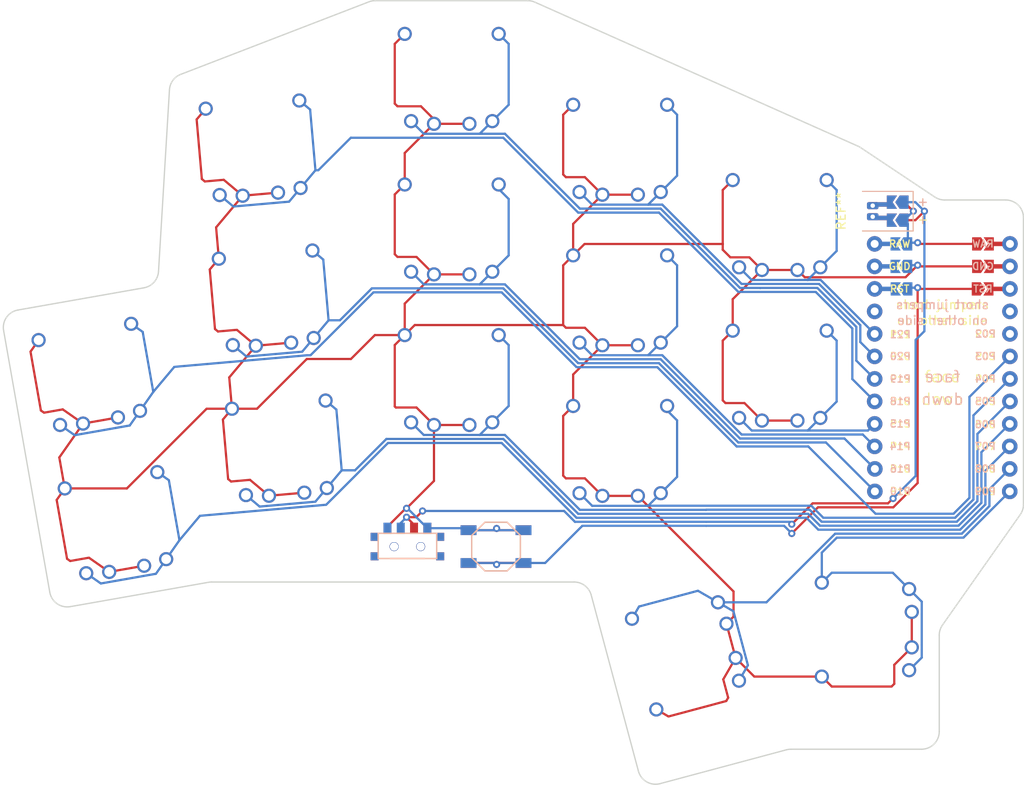
<source format=kicad_pcb>
(kicad_pcb (version 20211014) (generator pcbnew)
  (title_block (title "board") (rev "v1.0.0") (company "Unknown"))
  (layers (0 "F.Cu" signal) (31 "B.Cu" signal) (34 "B.Paste" user) (35 "F.Paste" user) (36 "B.SilkS" user "B.Silkscreen") (37 "F.SilkS" user "F.Silkscreen") (38 "B.Mask" user) (39 "F.Mask" user) (44 "Edge.Cuts" user))
  (net 0 "")
  (net 1 "pinky_bottom")
  (net 2 "GND")
  (net 3 "pinky_home")
  (net 4 "ring_bottom")
  (net 5 "ring_home")
  (net 6 "ring_topmost")
  (net 7 "middle_bottom")
  (net 8 "middle_home")
  (net 9 "middle_topmost")
  (net 10 "index_bottom")
  (net 11 "index_home")
  (net 12 "index_topmost")
  (net 13 "innermost_bottom")
  (net 14 "innermost_topmost")
  (net 15 "home_default")
  (net 16 "near_default")
  (net 17 "RAW")
  (net 18 "RST")
  (net 19 "P2")
  (net 20 "Bminus")
  (footprint "E73:SPDT_C128955" (layer "F.Cu") (at 32.07555 4.018799 180)
    (fp_text reference "T1" hide)
    (fp_text value "" hide)
  )
  (footprint "E73:SW_TACT_ALPS_SKQGABE010" (layer "F.Cu") (at 42.075548 4.018798 180)
    (fp_text reference "B1" hide)
    (fp_text value "" hide)
  )
  (footprint "didgy-kb:Choc Mini" (layer "F.Cu") (at 74.075549 -32.606194)
    (fp_text reference "S13" hide)
    (fp_text value "" hide)
  )
  (footprint "didgy-kb:ProMicroReversible" (layer "F.Cu") (at 92.432145 -17.450735)
    (fp_text reference "MCU1" hide)
    (fp_text value "" hide)
  )
  (footprint "didgy-kb:Choc Mini" (layer "F.Cu") (at 37.07555 -49.106195)
    (fp_text reference "S8" hide)
    (fp_text value "" hide)
  )
  (footprint "didgy-kb:Choc Mini" (layer "F.Cu") (at 56.075549 -7.106196)
    (fp_text reference "S9" hide)
    (fp_text value "" hide)
  )
  (footprint "didgy-kb:Choc Mini" (layer "F.Cu") (at 56.07555 -24.106195)
    (fp_text reference "S10" hide)
    (fp_text value "" hide)
  )
  (footprint "didgy-kb:Choc Mini" (layer "F.Cu") (at 83.575549 13.393804 90)
    (fp_text reference "S14" hide)
    (fp_text value "" hide)
  )
  (footprint "didgy-kb:PicoBlade Power Reversible" (layer "F.Cu") (at 86.336147 -33.841236 90)
    (fp_text reference "REF**")
    (fp_text value "Power")
  )
  (footprint "didgy-kb:Choc Mini" (layer "F.Cu") (at -0.531855 1.210765 10)
    (fp_text reference "S1" hide)
    (fp_text value "" hide)
  )
  (footprint "didgy-kb:Choc Mini" (layer "F.Cu") (at 17.980966 -7.272509 5)
    (fp_text reference "S3" hide)
    (fp_text value "" hide)
  )
  (footprint "didgy-kb:Choc Mini" (layer "F.Cu") (at -3.483871 -15.530964 10)
    (fp_text reference "S2" hide)
    (fp_text value "" hide)
  )
  (footprint "didgy-kb:Choc Mini" (layer "F.Cu") (at 63.371123 16.05377 105)
    (fp_text reference "S15" hide)
    (fp_text value "" hide)
  )
  (footprint "didgy-kb:Choc Mini" (layer "F.Cu") (at 15.017671 -41.143129 5)
    (fp_text reference "S5" hide)
    (fp_text value "" hide)
  )
  (footprint "didgy-kb:Choc Mini" (layer "F.Cu") (at 16.499318 -24.207819 5)
    (fp_text reference "S4" hide)
    (fp_text value "" hide)
  )
  (footprint "didgy-kb:Choc Mini" (layer "F.Cu") (at 37.07555 -15.106194)
    (fp_text reference "S6" hide)
    (fp_text value "" hide)
  )
  (footprint "didgy-kb:Choc Mini" (layer "F.Cu") (at 56.075549 -41.106194)
    (fp_text reference "S11" hide)
    (fp_text value "" hide)
  )
  (footprint "didgy-kb:Choc Mini" (layer "F.Cu") (at 74.075548 -15.606193)
    (fp_text reference "S12" hide)
    (fp_text value "" hide)
  )
  (footprint "didgy-kb:Choc Mini" (layer "F.Cu") (at 37.075548 -32.106194)
    (fp_text reference "S7" hide)
    (fp_text value "" hide)
  )
  (footprint "E73:SPDT_C128955" (layer "B.Cu") (at 32.07555 4.018799)
    (fp_text reference "T1" hide)
    (fp_text value "" hide)
  )
  (footprint "E73:SW_TACT_ALPS_SKQGABE010" (layer "B.Cu") (at 42.075548 4.018798)
    (fp_text reference "B1" hide)
    (fp_text value "" hide)
  )
  (gr_line (start -5.949499 10.797168) (end 9.635106 8.049181) (layer "Edge.Cuts") (width 0.15))
  (gr_line (start 101.575549 -0.739368) (end 101.57555 -33.106195) (layer "Edge.Cuts") (width 0.15))
  (gr_line (start 91.5717 -35.442096) (end 83.216104 -41.012493) (layer "Edge.Cuts") (width 0.15))
  (gr_arc (start 60.586663 30.776091) (mid 59.069049 30.576275) (end 58.137172 29.361878) (layer "Edge.Cuts") (width 0.15))
  (gr_line (start 45.649811 -57.606196) (end 28.447867 -57.606194) (layer "Edge.Cuts") (width 0.15))
  (gr_arc (start 82.921269 -41.174996) (mid 83.072111 -41.099958) (end 83.216104 -41.012493) (layer "Edge.Cuts") (width 0.15))
  (gr_line (start 75.338854 26.893806) (end 90.075548 26.893805) (layer "Edge.Cuts") (width 0.15))
  (gr_line (start 92.439935 12.87599) (end 101.211163 0.411619) (layer "Edge.Cuts") (width 0.15))
  (gr_line (start 99.575549 -35.106194) (end 92.681102 -35.106193) (layer "Edge.Cuts") (width 0.15))
  (gr_arc (start 9.635107 8.04918) (mid 9.808091 8.026408) (end 9.982402 8.018798) (layer "Edge.Cuts") (width 0.15))
  (gr_arc (start 92.075549 14.026978) (mid 92.168821 13.423333) (end 92.439935 12.87599) (layer "Edge.Cuts") (width 0.15))
  (gr_arc (start -5.949499 10.797169) (mid -7.443948 10.465859) (end -8.266411 9.174851) (layer "Edge.Cuts") (width 0.15))
  (gr_line (start 52.815508 9.50116) (end 58.137172 29.361878) (layer "Edge.Cuts") (width 0.15))
  (gr_arc (start 101.575549 -0.739368) (mid 101.482263 -0.13573) (end 101.211163 0.411619) (layer "Edge.Cuts") (width 0.15))
  (gr_arc (start 74.821216 26.961953) (mid 75.077802 26.910914) (end 75.338854 26.893806) (layer "Edge.Cuts") (width 0.15))
  (gr_arc (start 92.075548 24.893803) (mid 91.489753 26.307999) (end 90.075548 26.893805) (layer "Edge.Cuts") (width 0.15))
  (gr_arc (start 3.998307 -27.039944) (mid 3.494643 -25.829151) (end 2.349226 -25.190625) (layer "Edge.Cuts") (width 0.15))
  (gr_arc (start 92.681102 -35.106193) (mid 92.101528 -35.191999) (end 91.5717 -35.442096) (layer "Edge.Cuts") (width 0.15))
  (gr_line (start 9.982402 8.018798) (end 50.883658 8.018797) (layer "Edge.Cuts") (width 0.15))
  (gr_arc (start 5.233774 -47.543226) (mid 5.615797 -48.603543) (end 6.510465 -49.288953) (layer "Edge.Cuts") (width 0.15))
  (gr_arc (start 50.883658 8.018797) (mid 52.101175 8.432094) (end 52.815508 9.50116) (layer "Edge.Cuts") (width 0.15))
  (gr_line (start 92.075548 24.893803) (end 92.075549 14.026978) (layer "Edge.Cuts") (width 0.15))
  (gr_arc (start 27.728176 -57.472216) (mid 28.08184 -57.572407) (end 28.447867 -57.606194) (layer "Edge.Cuts") (width 0.15))
  (gr_line (start 2.349226 -25.190625) (end -11.853537 -22.686296) (layer "Edge.Cuts") (width 0.15))
  (gr_arc (start -13.475856 -20.369383) (mid -13.144546 -21.863834) (end -11.853537 -22.686296) (layer "Edge.Cuts") (width 0.15))
  (gr_line (start 82.92127 -41.174997) (end 46.464377 -57.4328) (layer "Edge.Cuts") (width 0.15))
  (gr_line (start 60.586662 30.77609) (end 74.821216 26.961953) (layer "Edge.Cuts") (width 0.15))
  (gr_arc (start 99.575549 -35.106194) (mid 100.989755 -34.520408) (end 101.57555 -33.106195) (layer "Edge.Cuts") (width 0.15))
  (gr_line (start 27.728176 -57.472217) (end 6.510465 -49.288953) (layer "Edge.Cuts") (width 0.15))
  (gr_line (start 5.233776 -47.543226) (end 3.998309 -27.039945) (layer "Edge.Cuts") (width 0.15))
  (gr_line (start -13.475857 -20.369385) (end -8.266411 9.174851) (layer "Edge.Cuts") (width 0.15))
  (gr_arc (start 45.649811 -57.606196) (mid 46.066222 -57.562375) (end 46.464377 -57.4328) (layer "Edge.Cuts") (width 0.15))
  (segment (start 94.431618 2.112) (end 97.282 -0.738382) (width 0.25) (layer "B.Cu") (net 1))
  (segment (start 6.360762 3.300625) (end 5.166061 -3.474851) (width 0.25) (layer "B.Cu") (net 1))
  (segment (start 3.708268 7.088778) (end 4.864171 5.437976) (width 0.25) (layer "B.Cu") (net 1))
  (segment (start 22.912007 -0.702275) (end 29.890928 -7.681196) (width 0.25) (layer "B.Cu") (net 1))
  (segment (start 42.707757 -7.681196) (end 51.157757 0.768806) (width 0.25) (layer "B.Cu") (net 1))
  (segment (start -2.505868 8.184497) (end 3.708268 7.088778) (width 0.25) (layer "B.Cu") (net 1))
  (segment (start 78.434812 2.112) (end 94.431618 2.112) (width 0.25) (layer "B.Cu") (net 1))
  (segment (start 4.864171 5.437976) (end 6.360762 3.300625) (width 0.25) (layer "B.Cu") (net 1))
  (segment (start 51.157757 0.768806) (end 77.091616 0.768804) (width 0.25) (layer "B.Cu") (net 1))
  (segment (start 29.890928 -7.681196) (end 42.707757 -7.681196) (width 0.25) (layer "B.Cu") (net 1))
  (segment (start 97.282 -0.738382) (end 97.282 -4.54559) (width 0.25) (layer "B.Cu") (net 1))
  (segment (start 77.091616 0.768804) (end 78.434812 2.112) (width 0.25) (layer "B.Cu") (net 1))
  (segment (start 5.166061 -3.474851) (end 3.862798 -4.387407) (width 0.25) (layer "B.Cu") (net 1))
  (segment (start 6.360762 3.300625) (end 8.674385 0.543357) (width 0.25) (layer "B.Cu") (net 1))
  (segment (start 97.282 -4.54559) (end 100.027145 -7.290735) (width 0.25) (layer "B.Cu") (net 1))
  (segment (start -4.156669 7.028593) (end -2.505868 8.184497) (width 0.25) (layer "B.Cu") (net 1))
  (segment (start 8.674385 0.543357) (end 22.912007 -0.702275) (width 0.25) (layer "B.Cu") (net 1))
  (segment (start 29.825551 1.768796) (end 31.891083 -0.296739) (width 0.25) (layer "F.Cu") (net 2))
  (segment (start 49.958088 -37.681195) (end 49.65055 -37.988734) (width 0.25) (layer "F.Cu") (net 2))
  (segment (start 86.69301 19.818804) (end 79.950549 19.818806) (width 0.25) (layer "F.Cu") (net 2))
  (segment (start 68.508087 -28.631195) (end 67.650548 -29.488734) (width 0.25) (layer "F.Cu") (net 2))
  (segment (start 0.429243 -2.546734) (end 9.425015 -11.542506) (width 0.25) (layer "F.Cu") (net 2))
  (segment (start 10.805496 -28.477816) (end 10.496094 -32.014307) (width 0.25) (layer "F.Cu") (net 2))
  (segment (start 49.65055 -37.988734) (end 49.65055 -44.731196) (width 0.25) (layer "F.Cu") (net 2))
  (segment (start 54.075549 -35.706195) (end 52.100549 -37.681197) (width 0.25) (layer "F.Cu") (net 2))
  (segment (start 25.709252 -17.158745) (end 28.406703 -19.856195) (width 0.25) (layer "F.Cu") (net 2))
  (segment (start 30.650549 -45.988734) (end 30.65055 -52.731195) (width 0.25) (layer "F.Cu") (net 2))
  (segment (start 32.908088 -20.988734) (end 49.650548 -20.98873) (width 0.25) (layer "F.Cu") (net 2))
  (segment (start 67.650548 -29.488734) (end 67.650548 -30.141637) (width 0.25) (layer "F.Cu") (net 2))
  (segment (start -1.56377 6.876023) (end -3.851719 5.273983) (width 0.25) (layer "F.Cu") (net 2))
  (segment (start 30.958089 -28.681193) (end 30.65055 -28.988734) (width 0.25) (layer "F.Cu") (net 2))
  (segment (start 8.301181 -44.19436) (end 9.32385 -45.413126) (width 0.25) (layer "F.Cu") (net 2))
  (segment (start 87.000548 17.368806) (end 87.000549 19.511266) (width 0.25) (layer "F.Cu") (net 2))
  (segment (start 9.782828 -27.259049) (end 10.805496 -28.477816) (width 0.25) (layer "F.Cu") (net 2))
  (segment (start 30.650549 -35.731196) (end 31.775548 -36.856195) (width 0.25) (layer "F.Cu") (net 2))
  (segment (start -5.961632 5.646019) (end -6.317902 5.396556) (width 0.25) (layer "F.Cu") (net 2))
  (segment (start 8.888824 -37.477555) (end 8.301181 -44.19436) (width 0.25) (layer "F.Cu") (net 2))
  (segment (start 69.104761 16.587997) (end 68.069485 12.724296) (width 0.25) (layer "F.Cu") (net 2))
  (segment (start 11.356306 -37.384718) (end 9.221997 -37.19799) (width 0.25) (layer "F.Cu") (net 2))
  (segment (start -6.576163 -2.546733) (end 0.429243 -2.546734) (width 0.25) (layer "F.Cu") (net 2))
  (segment (start 29.825548 1.943797) (end 29.825551 1.768796) (width 0.25) (layer "F.Cu") (net 2))
  (segment (start 49.958087 -20.681196) (end 49.650548 -20.98873) (width 0.25) (layer "F.Cu") (net 2))
  (segment (start 50.775549 -28.856196) (end 50.775548 -32.406192) (width 0.25) (layer "F.Cu") (net 2))
  (segment (start 68.262735 21.076328) (end 68.045273 21.452983) (width 0.25) (layer "F.Cu") (net 2))
  (segment (start 14.97757 -18.654057) (end 18.962348 -19.002679) (width 0.25) (layer "F.Cu") (net 2))
  (segment (start 67.708226 19.00687) (end 68.262735 21.076328) (width 0.25) (layer "F.Cu") (net 2))
  (segment (start 35.075549 -44.213734) (end 33.608086 -45.681195) (width 0.25) (layer "F.Cu") (net 2))
  (segment (start 50.775548 -32.406192) (end 54.075549 -35.706195) (width 0.25) (layer "F.Cu") (net 2))
  (segment (start 31.775549 -40.406196) (end 35.075549 -43.706194) (width 0.25) (layer "F.Cu") (net 2))
  (segment (start 88.975549 15.393805) (end 87.000548 17.368806) (width 0.25) (layer "F.Cu") (net 2))
  (segment (start 12.185292 -3.327368) (end 11.85212 -3.60693) (width 0.25) (layer "F.Cu") (net 2))
  (segment (start 68.045273 21.452983) (end 61.532555 23.198063) (width 0.25) (layer "F.Cu") (net 2))
  (segment (start 39.07555 -9.706194) (end 35.075549 -9.706195) (width 0.25) (layer "F.Cu") (net 2))
  (segment (start 15.113483 -11.542507) (end 20.72972 -17.158744) (width 0.25) (layer "F.Cu") (net 2))
  (segment (start 49.958087 -3.681196) (end 49.650548 -3.98873) (width 0.25) (layer "F.Cu") (net 2))
  (segment (start 79.950549 19.818806) (end 78.825549 18.693807) (width 0.25) (layer "F.Cu") (net 2))
  (segment (start 52.10055 -3.681196) (end 49.958087 -3.681196) (width 0.25) (layer "F.Cu") (net 2))
  (segment (start 14.97757 -18.654057) (end 12.837953 -20.449408) (width 0.25) (layer "F.Cu") (net 2))
  (segment (start 31.775548 -36.856195) (end 31.775549 -40.406196) (width 0.25) (layer "F.Cu") (net 2))
  (segment (start 54.07555 -18.706195) (end 52.100549 -20.681196) (width 0.25) (layer "F.Cu") (net 2))
  (segment (start 28.406703 -19.856195) (end 31.775551 -19.856196) (width 0.25) (layer "F.Cu") (net 2))
  (segment (start 49.65055 -10.731195) (end 50.775549 -11.856194) (width 0.25) (layer "F.Cu") (net 2))
  (segment (start 41.944116 2.168799) (end 38.97555 2.168797) (width 0.25) (layer "F.Cu") (net 2))
  (segment (start 88.274107 -26.381192) (end 76.900549 -26.381194) (width 0.25) (layer "F.Cu") (net 2))
  (segment (start 49.65055 -44.731196) (end 50.775549 -45.856196) (width 0.25) (layer "F.Cu") (net 2))
  (segment (start 20.72972 -17.158744) (end 25.709252 -17.158745) (width 0.25) (layer "F.Cu") (net 2))
  (segment (start 10.370471 -20.542243) (end 9.782828 -27.259049) (width 0.25) (layer "F.Cu") (net 2))
  (segment (start 78.825548 18.693805) (end 71.210569 18.693804) (width 0.25) (layer "F.Cu") (net 2))
  (segment (start 61.532555 23.198063) (end 60.154718 22.402565) (width 0.25) (layer "F.Cu") (net 2))
  (segment (start 72.075549 -10.206193) (end 76.075549 -10.206195) (width 0.25) (layer "F.Cu") (net 2))
  (segment (start 16.459219 -1.718744) (end 14.3196 -3.514096) (width 0.25) (layer "F.Cu") (net 2))
  (segment (start 67.650548 -30.141637) (end 67.65055 -36.231195) (width 0.25) (layer "F.Cu") (net 2))
  (segment (start 89.772646 -27.610734) (end 89.638145 -27.745236) (width 0.25) (layer "F.Cu") (net 2))
  (segment (start 31.891083 -0.296739) (end 31.980145 -0.296738) (width 0.25) (layer "F.Cu") (net 2))
  (segment (start 31.980145 -0.296738) (end 35.075548 -3.392139) (width 0.25) (layer "F.Cu") (net 2))
  (segment (start 69.104761 16.587997) (end 67.708226 19.00687) (width 0.25) (layer "F.Cu") (net 2))
  (segment (start -3.851719 5.273983) (end -5.961632 5.646019) (width 0.25) (layer "F.Cu") (net 2))
  (segment (start 14.3196 -3.514096) (end 12.185292 -3.327368) (width 0.25) (layer "F.Cu") (net 2))
  (segment (start 76.900549 -26.381194) (end 76.075549 -27.206194) (width 0.25) (layer "F.Cu") (net 2))
  (segment (start 33.100549 -28.681195) (end 30.958089 -28.681193) (width 0.25) (layer "F.Cu") (net 2))
  (segment (start 71.210569 18.693804) (end 69.104761 16.587997) (width 0.25) (layer "F.Cu") (net 2))
  (segment (start 50.77555 -15.406194) (end 54.07555 -18.706195) (width 0.25) (layer "F.Cu") (net 2))
  (segment (start 31.77555 -19.856197) (end 32.908088 -20.988734) (width 0.25) (layer "F.Cu") (net 2))
  (segment (start -4.515787 -9.865709) (end -0.576555 -10.560301) (width 0.25) (layer "F.Cu") (net 2))
  (segment (start 9.221997 -37.19799) (end 8.888824 -37.477555) (width 0.25) (layer "F.Cu") (net 2))
  (segment (start 72.07555 -27.206193) (end 70.650549 -28.631196) (width 0.25) (layer "F.Cu") (net 2))
  (segment (start 52.060992 -30.141639) (end 67.650548 -30.141637) (width 0.25) (layer "F.Cu") (net 2))
  (segment (start -6.576164 -2.546735) (end -7.192615 -6.042801) (width 0.25) (layer "F.Cu") (net 2))
  (segment (start 68.869484 11.924295) (end 68.869483 9.087738) (width 0.25) (layer "F.Cu") (net 2))
  (segment (start 52.100549 -20.681196) (end 49.958087 -20.681196) (width 0.25) (layer "F.Cu") (net 2))
  (segment (start 72.07555 -27.206193) (end 76.075549 -27.206194) (width 0.25) (layer "F.Cu") (net 2))
  (segment (start 68.775548 -23.906196) (end 72.07555 -27.206193) (width 0.25) (layer "F.Cu") (net 2))
  (segment (start 54.075549 -35.706195) (end 58.075551 -35.706195) (width 0.25) (layer "F.Cu") (net 2))
  (segment (start 35.075548 -3.392139) (end 35.075549 -9.706195) (width 0.25) (layer "F.Cu") (net 2))
  (segment (start 12.837953 -20.449408) (end 10.703643 -20.26268) (width 0.25) (layer "F.Cu") (net 2))
  (segment (start 35.075549 -43.706194) (end 35.075549 -44.213734) (width 0.25) (layer "F.Cu") (net 2))
  (segment (start 33.100548 -11.681197) (end 30.772187 -11.681196) (width 0.25) (layer "F.Cu") (net 2))
  (segment (start 10.703643 -20.26268) (end 10.370471 -20.542243) (width 0.25) (layer "F.Cu") (net 2))
  (segment (start 10.496094 -32.014307) (end 13.495922 -35.589366) (width 0.25) (layer "F.Cu") (net 2))
  (segment (start 68.069484 12.724296) (end 68.869484 11.924295) (width 0.25) (layer "F.Cu") (net 2))
  (segment (start 13.495922 -35.589366) (end 17.480701 -35.937989) (width 0.25) (layer "F.Cu") (net 2))
  (segment (start 35.075549 -9.706195) (end 33.100548 -11.681197) (width 0.25) (layer "F.Cu") (net 2))
  (segment (start 12.287143 -11.542506) (end 11.97774 -15.078999) (width 0.25) (layer "F.Cu") (net 2))
  (segment (start -10.440737 -17.985205) (end -9.528182 -19.288467) (width 0.25) (layer "F.Cu") (net 2))
  (segment (start 11.264475 -10.323737) (end 12.287143 -11.542506) (width 0.25) (layer "F.Cu") (net 2))
  (segment (start 88.975549 15.393805) (end 88.975548 11.393804) (width 0.25) (layer "F.Cu") (net 2))
  (segment (start 30.958087 -45.681193) (end 30.650549 -45.988734) (width 0.25) (layer "F.Cu") (net 2))
  (segment (start 89.638145 -27.745236) (end 88.274107 -26.381192) (width 0.25) (layer "F.Cu") (net 2))
  (segment (start 16.459219 -1.718744) (end 20.443997 -2.067367) (width 0.25) (layer "F.Cu") (net 2))
  (segment (start 70.10055 -12.181194) (end 67.958088 -12.181193) (width 0.25) (layer "F.Cu") (net 2))
  (segment (start 54.075551 -1.706195) (end 58.075548 -1.706196) (width 0.25) (layer "F.Cu") (net 2))
  (segment (start 35.075549 -43.706194) (end 39.075549 -43.706193) (width 0.25) (layer "F.Cu") (net 2))
  (segment (start 49.650548 -27.731195) (end 50.775549 -28.856196) (width 0.25) (layer "F.Cu") (net 2))
  (segment (start 72.075549 -10.206193) (end 70.10055 -12.181194) (width 0.25) (layer "F.Cu") (net 2))
  (segment (start 67.65055 -36.231195) (end 68.775549 -37.356193) (width 0.25) (layer "F.Cu") (net 2))
  (segment (start -1.56377 6.876023) (end 2.375461 6.181432) (width 0.25) (layer "F.Cu") (net 2))
  (segment (start 70.650549 -28.631196) (end 68.508087 -28.631195) (width 0.25) (layer "F.Cu") (net 2))
  (segment (start 33.608086 -45.681195) (end 30.958087 -45.681193) (width 0.25) (layer "F.Cu") (net 2))
  (segment (start 49.650548 -3.98873) (end 49.65055 -10.731195) (width 0.25) (layer "F.Cu") (net 2))
  (segment (start 30.65055 -28.988734) (end 30.650549 -35.731196) (width 0.25) (layer "F.Cu") (net 2))
  (segment (start 35.075549 -26.706193) (end 33.100549 -28.681195) (width 0.25) (layer "F.Cu") (net 2))
  (segment (start 67.650549 -12.488734) (end 67.65055 -19.231196) (width 0.25) (layer "F.Cu") (net 2))
  (segment (start 87.000549 19.511266) (end 86.69301 19.818804) (width 0.25) (layer "F.Cu") (net 2))
  (segment (start -6.317902 5.396556) (end -7.488719 -1.243471) (width 0.25) (layer "F.Cu") (net 2))
  (segment (start 35.075549 -26.706193) (end 39.07555 -26.706193) (width 0.25) (layer "F.Cu") (net 2))
  (segment (start -7.488719 -1.243471) (end -6.576164 -2.546735) (width 0.25) (layer "F.Cu") (net 2))
  (segment (start -8.913652 -11.095714) (end -9.269921 -11.345176) (width 0.25) (layer "F.Cu") (net 2))
  (segment (start 67.958088 -12.181193) (end 67.650549 -12.488734) (width 0.25) (layer "F.Cu") (net 2))
  (segment (start 50.775549 -11.856194) (end 50.77555 -15.406194) (width 0.25) (layer "F.Cu") (net 2))
  (segment (start 54.07555 -18.706195) (end 58.075548 -18.706196) (width 0.25) (layer "F.Cu") (net 2))
  (segment (start -7.192615 -6.042801) (end -4.515787 -9.865709) (width 0.25) (layer "F.Cu") (net 2))
  (segment (start 30.65055 -11.802831) (end 30.650549 -18.731196) (width 0.25) (layer "F.Cu") (net 2))
  (segment (start 68.869483 9.087738) (end 58.075549 -1.706196) (width 0.25) (layer "F.Cu") (net 2))
  (segment (start 30.772187 -11.681196) (end 30.65055 -11.802831) (width 0.25) (layer "F.Cu") (net 2))
  (segment (start 11.97774 -15.078999) (end 14.97757 -18.654057) (width 0.25) (layer "F.Cu") (net 2))
  (segment (start 30.650549 -18.731196) (end 31.77555 -19.856197) (width 0.25) (layer "F.Cu") (net 2))
  (segment (start 9.425015 -11.542506) (end 12.287143 -11.542506) (width 0.25) (layer "F.Cu") (net 2))
  (segment (start -4.515787 -9.865709) (end -6.803739 -11.467749) (width 0.25) (layer "F.Cu") (net 2))
  (segment (start 42.140147 1.972766) (end 41.944116 2.168799) (width 0.25) (layer "F.Cu") (net 2))
  (segment (start 11.85212 -3.60693) (end 11.264475 -10.323737) (width 0.25) (layer "F.Cu") (net 2))
  (segment (start 49.650548 -20.98873) (end 49.650548 -27.731195) (width 0.25) (layer "F.Cu") (net 2))
  (segment (start 68.775549 -20.356195) (end 68.775548 -23.906196) (width 0.25) (layer "F.Cu") (net 2))
  (segment (start 54.075551 -1.706195) (end 52.10055 -3.681196) (width 0.25) (layer "F.Cu") (net 2))
  (segment (start 52.100549 -37.681197) (end 49.958088 -37.681195) (width 0.25) (layer "F.Cu") (net 2))
  (segment (start 45.175549 2.168798) (end 42.336179 2.168796) (width 0.25) (layer "F.Cu") (net 2))
  (segment (start 12.287143 -11.542506) (end 15.113483 -11.542507) (width 0.25) (layer "F.Cu") (net 2))
  (segment (start -9.269921 -11.345176) (end -10.440737 -17.985205) (width 0.25) (layer "F.Cu") (net 2))
  (segment (start 96.282145 -27.610735) (end 89.772646 -27.610734) (width 0.25) (layer "F.Cu") (net 2))
  (segment (start 42.336179 2.168796) (end 42.140147 1.972766) (width 0.25) (layer "F.Cu") (net 2))
  (segment (start 67.65055 -19.231196) (end 68.775549 -20.356195) (width 0.25) (layer "F.Cu") (net 2))
  (segment (start 31.775548 -23.406196) (end 35.075549 -26.706193) (width 0.25) (layer "F.Cu") (net 2))
  (segment (start 50.775549 -28.856196) (end 52.060992 -30.141639) (width 0.25) (layer "F.Cu") (net 2))
  (segment (start 31.77555 -19.856197) (end 31.775548 -23.406196) (width 0.25) (layer "F.Cu") (net 2))
  (segment (start -6.803739 -11.467749) (end -8.913652 -11.095714) (width 0.25) (layer "F.Cu") (net 2))
  (segment (start 13.495922 -35.589366) (end 11.356306 -37.384718) (width 0.25) (layer "F.Cu") (net 2))
  (segment (start 30.65055 -52.731195) (end 31.775549 -53.856194) (width 0.25) (layer "F.Cu") (net 2))
  (via (at 31.980145 -0.296738) (size 0.8) (drill 0.4) (layers "F.Cu" "B.Cu") (net 2))
  (via (at 42.140147 1.972766) (size 0.8) (drill 0.4) (layers "F.Cu" "B.Cu") (net 2))
  (via (at 89.638145 -27.745236) (size 0.8) (drill 0.4) (layers "F.Cu" "B.Cu") (net 2))
  (segment (start 38.750549 1.943796) (end 34.325548 1.9438) (width 0.25) (layer "B.Cu") (net 2))
  (segment (start 88.666646 -27.745235) (end 88.532146 -27.610736) (width 0.25) (layer "B.Cu") (net 2))
  (segment (start 41.944116 2.168799) (end 42.140147 1.972766) (width 0.25) (layer "B.Cu") (net 2))
  (segment (start 32.085013 -0.296739) (end 31.980145 -0.296738) (width 0.25) (layer "B.Cu") (net 2))
  (segment (start 42.336179 2.168796) (end 42.140147 1.972766) (width 0.25) (layer "B.Cu") (net 2))
  (segment (start 34.325548 1.9438) (end 32.085013 -0.296739) (width 0.25) (layer "B.Cu") (net 2))
  (segment (start 38.97555 2.168797) (end 41.944116 2.168799) (width 0.25) (layer "B.Cu") (net 2))
  (segment (start 45.175549 2.168798) (end 42.336179 2.168796) (width 0.25) (layer "B.Cu") (net 2))
  (segment (start 38.97555 2.168797) (end 38.750549 1.943796) (width 0.25) (layer "B.Cu") (net 2))
  (segment (start 89.638145 -27.745236) (end 88.666646 -27.745235) (width 0.25) (layer "B.Cu") (net 2))
  (segment (start 93.686034 0.312) (end 95.482 -1.483966) (width 0.25) (layer "B.Cu") (net 3))
  (segment (start -5.457887 -8.557235) (end 0.756251 -9.652956) (width 0.25) (layer "B.Cu") (net 3))
  (segment (start 42.707757 -24.681193) (end 51.157758 -16.231193) (width 0.25) (layer "B.Cu") (net 3))
  (segment (start 1.912153 -11.303756) (end 3.408742 -13.441106) (width 0.25) (layer "B.Cu") (net 3))
  (segment (start 3.408742 -13.441106) (end 2.214042 -20.216583) (width 0.25) (layer "B.Cu") (net 3))
  (segment (start 84.894 0.312) (end 93.686034 0.312) (width 0.25) (layer "B.Cu") (net 3))
  (segment (start 28.25217 -24.681194) (end 42.707757 -24.681193) (width 0.25) (layer "B.Cu") (net 3))
  (segment (start 69.220368 -7.281194) (end 77.300806 -7.281194) (width 0.25) (layer "B.Cu") (net 3))
  (segment (start 51.157758 -16.231193) (end 60.270367 -16.231196) (width 0.25) (layer "B.Cu") (net 3))
  (segment (start 60.270367 -16.231196) (end 69.220368 -7.281194) (width 0.25) (layer "B.Cu") (net 3))
  (segment (start 95.482 -12.88059) (end 100.052145 -17.450735) (width 0.25) (layer "B.Cu") (net 3))
  (segment (start 95.482 -1.483966) (end 95.482 -12.88059) (width 0.25) (layer "B.Cu") (net 3))
  (segment (start 5.781171 -16.268457) (end 20.736622 -17.576889) (width 0.25) (layer "B.Cu") (net 3))
  (segment (start 2.214042 -20.216583) (end 0.91078 -21.129139) (width 0.25) (layer "B.Cu") (net 3))
  (segment (start 77.300806 -7.281194) (end 84.894 0.312) (width 0.25) (layer "B.Cu") (net 3))
  (segment (start 20.736622 -17.576889) (end 21.147865 -17.576889) (width 0.25) (layer "B.Cu") (net 3))
  (segment (start 21.147865 -17.576889) (end 28.25217 -24.681194) (width 0.25) (layer "B.Cu") (net 3))
  (segment (start -7.108686 -9.713138) (end -5.457887 -8.557235) (width 0.25) (layer "B.Cu") (net 3))
  (segment (start 0.756251 -9.652956) (end 1.912153 -11.303756) (width 0.25) (layer "B.Cu") (net 3))
  (segment (start 3.408742 -13.441106) (end 5.781171 -16.268457) (width 0.25) (layer "B.Cu") (net 3))
  (segment (start 42.894153 -8.131196) (end 51.344153 0.318805) (width 0.25) (layer "B.Cu") (net 4))
  (segment (start 96.832 -6.63559) (end 100.027145 -9.830735) (width 0.25) (layer "B.Cu") (net 4))
  (segment (start 24.66521 -4.58987) (end 24.065577 -11.443688) (width 0.25) (layer "B.Cu") (net 4))
  (segment (start 51.344153 0.318805) (end 77.278013 0.318805) (width 0.25) (layer "B.Cu") (net 4))
  (segment (start 78.621208 1.662) (end 94.245222 1.662) (width 0.25) (layer "B.Cu") (net 4))
  (segment (start 13.862887 -1.792742) (end 15.406663 -0.49736) (width 0.25) (layer "B.Cu") (net 4))
  (segment (start 26.163206 -4.58987) (end 29.704532 -8.131196) (width 0.25) (layer "B.Cu") (net 4))
  (segment (start 77.278013 0.318805) (end 78.621208 1.662) (width 0.25) (layer "B.Cu") (net 4))
  (segment (start 22.988031 -2.591086) (end 24.66521 -4.58987) (width 0.25) (layer "B.Cu") (net 4))
  (segment (start 29.704532 -8.131196) (end 42.894153 -8.131196) (width 0.25) (layer "B.Cu") (net 4))
  (segment (start 24.66521 -4.58987) (end 26.163206 -4.58987) (width 0.25) (layer "B.Cu") (net 4))
  (segment (start 15.406663 -0.49736) (end 21.69265 -1.047313) (width 0.25) (layer "B.Cu") (net 4))
  (segment (start 94.245222 1.662) (end 96.832 -0.924778) (width 0.25) (layer "B.Cu") (net 4))
  (segment (start 96.832 -0.924778) (end 96.832 -6.63559) (width 0.25) (layer "B.Cu") (net 4))
  (segment (start 24.065577 -11.443688) (end 22.846808 -12.466357) (width 0.25) (layer "B.Cu") (net 4))
  (segment (start 21.69265 -1.047313) (end 22.988031 -2.591086) (width 0.25) (layer "B.Cu") (net 4))
  (segment (start 28.065774 -25.131194) (end 42.894153 -25.131194) (width 0.25) (layer "B.Cu") (net 5))
  (segment (start 51.344154 -16.681193) (end 60.456765 -16.681194) (width 0.25) (layer "B.Cu") (net 5))
  (segment (start 69.406764 -7.731195) (end 79.291686 -7.731194) (width 0.25) (layer "B.Cu") (net 5))
  (segment (start 12.381241 -18.728053) (end 13.925016 -17.43267) (width 0.25) (layer "B.Cu") (net 5))
  (segment (start 23.183561 -21.525181) (end 22.583929 -28.378999) (width 0.25) (layer "B.Cu") (net 5))
  (segment (start 24.459761 -21.525181) (end 28.065774 -25.131194) (width 0.25) (layer "B.Cu") (net 5))
  (segment (start 79.291686 -7.731194) (end 84.812145 -2.210735) (width 0.25) (layer "B.Cu") (net 5))
  (segment (start 60.456765 -16.681194) (end 69.406764 -7.731195) (width 0.25) (layer "B.Cu") (net 5))
  (segment (start 42.894153 -25.131194) (end 51.344154 -16.681193) (width 0.25) (layer "B.Cu") (net 5))
  (segment (start 22.583929 -28.378999) (end 21.365161 -29.401668) (width 0.25) (layer "B.Cu") (net 5))
  (segment (start 23.183561 -21.525181) (end 24.459761 -21.525181) (width 0.25) (layer "B.Cu") (net 5))
  (segment (start 13.925016 -17.43267) (end 20.211004 -17.982625) (width 0.25) (layer "B.Cu") (net 5))
  (segment (start 21.506383 -19.526398) (end 23.183561 -21.525181) (width 0.25) (layer "B.Cu") (net 5))
  (segment (start 20.211004 -17.982625) (end 21.506383 -19.526398) (width 0.25) (layer "B.Cu") (net 5))
  (segment (start 78.137452 -24.731241) (end 82.270476 -20.598216) (width 0.25) (layer "B.Cu") (net 6))
  (segment (start 42.894154 -42.131194) (end 51.344155 -33.681195) (width 0.25) (layer "B.Cu") (net 6))
  (segment (start 22.023519 -38.460489) (end 25.694224 -42.131196) (width 0.25) (layer "B.Cu") (net 6))
  (segment (start 51.344155 -33.681195) (end 60.456767 -33.681194) (width 0.25) (layer "B.Cu") (net 6))
  (segment (start 82.270476 -20.598216) (end 82.270476 -14.887406) (width 0.25) (layer "B.Cu") (net 6))
  (segment (start 18.729357 -34.917935) (end 20.024737 -36.461708) (width 0.25) (layer "B.Cu") (net 6))
  (segment (start 60.456767 -33.681194) (end 69.406721 -24.731241) (width 0.25) (layer "B.Cu") (net 6))
  (segment (start 21.102282 -45.314307) (end 19.883512 -46.33698) (width 0.25) (layer "B.Cu") (net 6))
  (segment (start 21.701914 -38.460491) (end 22.023519 -38.460489) (width 0.25) (layer "B.Cu") (net 6))
  (segment (start 25.694224 -42.131196) (end 42.894154 -42.131194) (width 0.25) (layer "B.Cu") (net 6))
  (segment (start 10.899594 -35.663362) (end 12.443368 -34.367981) (width 0.25) (layer "B.Cu") (net 6))
  (segment (start 69.406721 -24.731241) (end 78.137452 -24.731241) (width 0.25) (layer "B.Cu") (net 6))
  (segment (start 20.024737 -36.461708) (end 21.701914 -38.460491) (width 0.25) (layer "B.Cu") (net 6))
  (segment (start 82.270476 -14.887406) (end 84.787146 -12.370735) (width 0.25) (layer "B.Cu") (net 6))
  (segment (start 21.701914 -38.460491) (end 21.102282 -45.314307) (width 0.25) (layer "B.Cu") (net 6))
  (segment (start 12.443368 -34.367981) (end 18.729357 -34.917935) (width 0.25) (layer "B.Cu") (net 6))
  (segment (start 33.92055 -8.581193) (end 40.23055 -8.581196) (width 0.25) (layer "B.Cu") (net 7))
  (segment (start 43.080549 -8.581196) (end 51.530549 -0.131196) (width 0.25) (layer "B.Cu") (net 7))
  (segment (start 40.23055 -8.581196) (end 41.655548 -10.006194) (width 0.25) (layer "B.Cu") (net 7))
  (segment (start 94.058826 1.212) (end 96.382 -1.111174) (width 0.25) (layer "B.Cu") (net 7))
  (segment (start 43.500548 -18.731194) (end 42.375548 -19.856195) (width 0.25) (layer "B.Cu") (net 7))
  (segment (start 65.774927 -0.131194) (end 65.788353 -0.14462) (width 0.25) (layer "B.Cu") (net 7))
  (segment (start 51.530549 -0.131196) (end 65.774927 -0.131194) (width 0.25) (layer "B.Cu") (net 7))
  (segment (start 41.655548 -10.006194) (end 43.50055 -11.851194) (width 0.25) (layer "B.Cu") (net 7))
  (segment (start 78.807604 1.212) (end 94.058826 1.212) (width 0.25) (layer "B.Cu") (net 7))
  (segment (start 96.382 -8.70059) (end 100.052145 -12.370735) (width 0.25) (layer "B.Cu") (net 7))
  (segment (start 65.788353 -0.14462) (end 77.450984 -0.14462) (width 0.25) (layer "B.Cu") (net 7))
  (segment (start 96.382 -1.111174) (end 96.382 -8.70059) (width 0.25) (layer "B.Cu") (net 7))
  (segment (start 43.50055 -11.851194) (end 43.500548 -18.731194) (width 0.25) (layer "B.Cu") (net 7))
  (segment (start 77.450984 -0.14462) (end 78.807604 1.212) (width 0.25) (layer "B.Cu") (net 7))
  (segment (start 40.23055 -8.581196) (end 43.080549 -8.581196) (width 0.25) (layer "B.Cu") (net 7))
  (segment (start 32.495549 -10.006197) (end 33.92055 -8.581193) (width 0.25) (layer "B.Cu") (net 7))
  (segment (start 33.92055 -25.581192) (end 40.230548 -25.581195) (width 0.25) (layer "B.Cu") (net 8))
  (segment (start 43.500548 -28.851196) (end 41.65555 -27.006195) (width 0.25) (layer "B.Cu") (net 8))
  (segment (start 40.230548 -25.581195) (end 43.080548 -25.581195) (width 0.25) (layer "B.Cu") (net 8))
  (segment (start 32.495549 -27.006197) (end 33.92055 -25.581192) (width 0.25) (layer "B.Cu") (net 8))
  (segment (start 60.643159 -17.131195) (end 69.59316 -8.181195) (width 0.25) (layer "B.Cu") (net 8))
  (segment (start 60.643157 -17.131193) (end 60.643159 -17.131195) (width 0.25) (layer "B.Cu") (net 8))
  (segment (start 51.530549 -17.131194) (end 60.643157 -17.131193) (width 0.25) (layer "B.Cu") (net 8))
  (segment (start 42.37555 -36.348658) (end 43.500549 -35.223658) (width 0.25) (layer "B.Cu") (net 8))
  (segment (start 43.500549 -35.223658) (end 43.500548 -28.851196) (width 0.25) (layer "B.Cu") (net 8))
  (segment (start 43.080548 -25.581195) (end 51.530549 -17.131194) (width 0.25) (layer "B.Cu") (net 8))
  (segment (start 69.59316 -8.181195) (end 81.381686 -8.181194) (width 0.25) (layer "B.Cu") (net 8))
  (segment (start 40.230548 -25.581195) (end 41.65555 -27.006195) (width 0.25) (layer "B.Cu") (net 8))
  (segment (start 42.375549 -36.856196) (end 42.37555 -36.348658) (width 0.25) (layer "B.Cu") (net 8))
  (segment (start 81.381686 -8.181194) (end 84.812145 -4.750735) (width 0.25) (layer "B.Cu") (net 8))
  (segment (start 40.23055 -42.581194) (end 43.08055 -42.581195) (width 0.25) (layer "B.Cu") (net 9))
  (segment (start 60.643163 -34.131195) (end 69.593118 -25.181241) (width 0.25) (layer "B.Cu") (net 9))
  (segment (start 32.495551 -44.006194) (end 33.92055 -42.581195) (width 0.25) (layer "B.Cu") (net 9))
  (segment (start 40.23055 -42.581194) (end 41.65555 -44.006196) (width 0.25) (layer "B.Cu") (net 9))
  (segment (start 43.500549 -52.731192) (end 42.37555 -53.856196) (width 0.25) (layer "B.Cu") (net 9))
  (segment (start 43.08055 -42.581195) (end 51.530551 -34.131194) (width 0.25) (layer "B.Cu") (net 9))
  (segment (start 69.593118 -25.181241) (end 71.886706 -25.181241) (width 0.25) (layer "B.Cu") (net 9))
  (segment (start 71.886706 -25.181241) (end 71.886752 -25.181196) (width 0.25) (layer "B.Cu") (net 9))
  (segment (start 78.323893 -25.181196) (end 82.720476 -20.784614) (width 0.25) (layer "B.Cu") (net 9))
  (segment (start 71.886752 -25.181196) (end 78.323893 -25.181196) (width 0.25) (layer "B.Cu") (net 9))
  (segment (start 43.500549 -45.851195) (end 43.500549 -52.731192) (width 0.25) (layer "B.Cu") (net 9))
  (segment (start 82.720476 -16.977404) (end 84.787145 -14.910736) (width 0.25) (layer "B.Cu") (net 9))
  (segment (start 33.92055 -42.581195) (end 40.23055 -42.581194) (width 0.25) (layer "B.Cu") (net 9))
  (segment (start 82.720476 -20.784614) (end 82.720476 -16.977404) (width 0.25) (layer "B.Cu") (net 9))
  (segment (start 41.655548 -44.006196) (end 43.500549 -45.851195) (width 0.25) (layer "B.Cu") (net 9))
  (segment (start 51.530551 -34.131194) (end 60.643163 -34.131195) (width 0.25) (layer "B.Cu") (net 9))
  (segment (start 61.37555 -11.348655) (end 62.500549 -10.223656) (width 0.25) (layer "B.Cu") (net 10))
  (segment (start 51.495548 -2.006194) (end 52.920549 -0.581196) (width 0.25) (layer "B.Cu") (net 10))
  (segment (start 77.637379 -0.594621) (end 78.994 0.762) (width 0.25) (layer "B.Cu") (net 10))
  (segment (start 52.920549 -0.581196) (end 59.230549 -0.581196) (width 0.25) (layer "B.Cu") (net 10))
  (segment (start 59.230549 -0.581196) (end 59.243974 -0.594621) (width 0.25) (layer "B.Cu") (net 10))
  (segment (start 95.932 -10.79059) (end 100.052145 -14.910735) (width 0.25) (layer "B.Cu") (net 10))
  (segment (start 62.500549 -10.223656) (end 62.500549 -3.851194) (width 0.25) (layer "B.Cu") (net 10))
  (segment (start 61.37555 -11.856195) (end 61.37555 -11.348655) (width 0.25) (layer "B.Cu") (net 10))
  (segment (start 78.994 0.762) (end 93.87243 0.762) (width 0.25) (layer "B.Cu") (net 10))
  (segment (start 59.230549 -0.581196) (end 60.655548 -2.006195) (width 0.25) (layer "B.Cu") (net 10))
  (segment (start 93.87243 0.762) (end 95.932 -1.29757) (width 0.25) (layer "B.Cu") (net 10))
  (segment (start 62.500549 -3.851194) (end 60.655548 -2.006195) (width 0.25) (layer "B.Cu") (net 10))
  (segment (start 95.932 -1.29757) (end 95.932 -10.79059) (width 0.25) (layer "B.Cu") (net 10))
  (segment (start 59.243974 -0.594621) (end 77.637379 -0.594621) (width 0.25) (layer "B.Cu") (net 10))
  (segment (start 83.446687 -8.631193) (end 84.787145 -7.290735) (width 0.25) (layer "B.Cu") (net 11))
  (segment (start 62.500551 -20.851195) (end 62.500549 -27.731196) (width 0.25) (layer "B.Cu") (net 11))
  (segment (start 51.495551 -19.006196) (end 52.92055 -17.581194) (width 0.25) (layer "B.Cu") (net 11))
  (segment (start 59.23055 -17.581196) (end 60.655548 -19.006194) (width 0.25) (layer "B.Cu") (net 11))
  (segment (start 60.829555 -17.581195) (end 69.779556 -8.631195) (width 0.25) (layer "B.Cu") (net 11))
  (segment (start 60.655548 -19.006194) (end 62.500551 -20.851195) (width 0.25) (layer "B.Cu") (net 11))
  (segment (start 62.500549 -27.731196) (end 61.375549 -28.856196) (width 0.25) (layer "B.Cu") (net 11))
  (segment (start 59.23055 -17.581196) (end 60.829555 -17.581195) (width 0.25) (layer "B.Cu") (net 11))
  (segment (start 52.92055 -17.581194) (end 59.23055 -17.581196) (width 0.25) (layer "B.Cu") (net 11))
  (segment (start 69.779556 -8.631195) (end 83.446687 -8.631193) (width 0.25) (layer "B.Cu") (net 11))
  (segment (start 62.500548 -37.851193) (end 62.50055 -44.731195) (width 0.25) (layer "B.Cu") (net 12))
  (segment (start 59.23055 -34.581196) (end 60.829557 -34.581196) (width 0.25) (layer "B.Cu") (net 12))
  (segment (start 62.50055 -44.731195) (end 61.375549 -45.856196) (width 0.25) (layer "B.Cu") (net 12))
  (segment (start 83.170475 -19.067404) (end 84.787145 -17.450735) (width 0.25) (layer "B.Cu") (net 12))
  (segment (start 51.495549 -36.006196) (end 52.92055 -34.581193) (width 0.25) (layer "B.Cu") (net 12))
  (segment (start 78.510289 -25.631195) (end 83.170475 -20.971009) (width 0.25) (layer "B.Cu") (net 12))
  (segment (start 83.170475 -20.971009) (end 83.170475 -19.067404) (width 0.25) (layer "B.Cu") (net 12))
  (segment (start 60.829557 -34.581196) (end 69.779558 -25.631195) (width 0.25) (layer "B.Cu") (net 12))
  (segment (start 59.23055 -34.581196) (end 60.65555 -36.006194) (width 0.25) (layer "B.Cu") (net 12))
  (segment (start 60.65555 -36.006194) (end 62.500548 -37.851193) (width 0.25) (layer "B.Cu") (net 12))
  (segment (start 69.779558 -25.631195) (end 78.510289 -25.631195) (width 0.25) (layer "B.Cu") (net 12))
  (segment (start 52.92055 -34.581193) (end 59.23055 -34.581196) (width 0.25) (layer "B.Cu") (net 12))
  (segment (start 69.495549 -10.506196) (end 70.920549 -9.081194) (width 0.25) (layer "B.Cu") (net 13))
  (segment (start 78.65555 -10.506196) (end 80.500549 -12.351196) (width 0.25) (layer "B.Cu") (net 13))
  (segment (start 84.037604 -9.081194) (end 84.787145 -9.830735) (width 0.25) (layer "B.Cu") (net 13))
  (segment (start 70.920549 -9.081194) (end 77.230549 -9.081194) (width 0.25) (layer "B.Cu") (net 13))
  (segment (start 77.230549 -9.081194) (end 78.65555 -10.506196) (width 0.25) (layer "B.Cu") (net 13))
  (segment (start 80.500549 -19.231195) (end 79.37555 -20.356196) (width 0.25) (layer "B.Cu") (net 13))
  (segment (start 80.500549 -12.351196) (end 80.500549 -19.231195) (width 0.25) (layer "B.Cu") (net 13))
  (segment (start 77.230549 -9.081194) (end 84.037604 -9.081194) (width 0.25) (layer "B.Cu") (net 13))
  (segment (start 77.230551 -26.081195) (end 78.696684 -26.081195) (width 0.25) (layer "B.Cu") (net 14))
  (segment (start 80.500549 -36.231194) (end 79.37555 -37.356194) (width 0.25) (layer "B.Cu") (net 14))
  (segment (start 78.655548 -27.506195) (end 80.500549 -29.351196) (width 0.25) (layer "B.Cu") (net 14))
  (segment (start 69.495548 -27.506194) (end 70.92055 -26.081195) (width 0.25) (layer "B.Cu") (net 14))
  (segment (start 78.696684 -26.081195) (end 84.787145 -19.990735) (width 0.25) (layer "B.Cu") (net 14))
  (segment (start 77.230549 -26.081193) (end 77.230551 -26.081195) (width 0.25) (layer "B.Cu") (net 14))
  (segment (start 80.500549 -29.351196) (end 80.500549 -36.231194) (width 0.25) (layer "B.Cu") (net 14))
  (segment (start 77.230549 -26.081193) (end 78.655548 -27.506195) (width 0.25) (layer "B.Cu") (net 14))
  (segment (start 70.92055 -26.081195) (end 77.230549 -26.081193) (width 0.25) (layer "B.Cu") (net 14))
  (segment (start 90.100548 10.238804) (end 88.675548 8.813805) (width 0.25) (layer "B.Cu") (net 15))
  (segment (start 80.518 3.012) (end 94.80441 3.012) (width 0.25) (layer "B.Cu") (net 15))
  (segment (start 90.100549 16.548805) (end 90.100548 10.238804) (width 0.25) (layer "B.Cu") (net 15))
  (segment (start 86.830548 6.968805) (end 79.950548 6.968806) (width 0.25) (layer "B.Cu") (net 15))
  (segment (start 94.80441 3.012) (end 100.027145 -2.210735) (width 0.25) (layer "B.Cu") (net 15))
  (segment (start 78.825549 8.093804) (end 78.825549 4.704451) (width 0.25) (layer "B.Cu") (net 15))
  (segment (start 79.950548 6.968806) (end 78.825549 8.093806) (width 0.25) (layer "B.Cu") (net 15))
  (segment (start 88.675548 8.813805) (end 86.830548 6.968805) (width 0.25) (layer "B.Cu") (net 15))
  (segment (start 78.825549 4.704451) (end 80.518 3.012) (width 0.25) (layer "B.Cu") (net 15))
  (segment (start 88.675549 17.973806) (end 90.100549 16.548805) (width 0.25) (layer "B.Cu") (net 15))
  (segment (start 68.857215 11.317478) (end 67.111955 10.309851) (width 0.25) (layer "B.Cu") (net 16))
  (segment (start 72.583751 10.309853) (end 80.331604 2.562) (width 0.25) (layer "B.Cu") (net 16))
  (segment (start 80.331604 2.562) (end 94.618014 2.562) (width 0.25) (layer "B.Cu") (net 16))
  (segment (start 58.20673 10.785914) (end 57.411236 12.163752) (width 0.25) (layer "B.Cu") (net 16))
  (segment (start 64.852301 9.005241) (end 58.20673 10.785914) (width 0.25) (layer "B.Cu") (net 16))
  (segment (start 70.490363 17.41247) (end 68.857215 11.317478) (width 0.25) (layer "B.Cu") (net 16))
  (segment (start 67.111953 10.309853) (end 72.583751 10.309853) (width 0.25) (layer "B.Cu") (net 16))
  (segment (start 97.739007 -0.558993) (end 97.739007 -2.462597) (width 0.25) (layer "B.Cu") (net 16))
  (segment (start 97.739007 -2.462597) (end 100.027145 -4.750735) (width 0.25) (layer "B.Cu") (net 16))
  (segment (start 94.618014 2.562) (end 97.739007 -0.558993) (width 0.25) (layer "B.Cu") (net 16))
  (segment (start 67.111955 10.309851) (end 64.852301 9.005241) (width 0.25) (layer "B.Cu") (net 16))
  (segment (start 69.482737 19.157731) (end 70.490363 17.41247) (width 0.25) (layer "B.Cu") (net 16))
  (segment (start 89.124829 -33.846551) (end 88.114146 -34.857236) (width 0.25) (layer "F.Cu") (net 17))
  (segment (start 96.282147 -30.150734) (end 89.772646 -30.150736) (width 0.25) (layer "F.Cu") (net 17))
  (segment (start 89.154004 -33.846549) (end 89.124829 -33.846551) (width 0.25) (layer "F.Cu") (net 17))
  (segment (start 89.772646 -30.150736) (end 89.638148 -30.285234) (width 0.25) (layer "F.Cu") (net 17))
  (via (at 89.638148 -30.285234) (size 0.8) (drill 0.4) (layers "F.Cu" "B.Cu") (net 17))
  (via (at 89.154004 -33.846549) (size 0.8) (drill 0.4) (layers "F.Cu" "B.Cu") (net 17))
  (segment (start 89.638148 -30.285234) (end 88.666645 -30.285233) (width 0.25) (layer "B.Cu") (net 17))
  (segment (start 88.132685 -32.825233) (end 89.154004 -33.846549) (width 0.25) (layer "B.Cu") (net 17))
  (segment (start 88.666645 -30.285233) (end 88.532145 -30.150735) (width 0.25) (layer "B.Cu") (net 17))
  (segment (start 88.532147 -32.407236) (end 88.114146 -32.825234) (width 0.25) (layer "B.Cu") (net 17))
  (segment (start 88.114146 -32.825234) (end 88.132685 -32.825233) (width 0.25) (layer "B.Cu") (net 17))
  (segment (start 88.532145 -30.150735) (end 88.532147 -32.407236) (width 0.25) (layer "B.Cu") (net 17))
  (segment (start 78.3905 -0.4125) (end 86.893802 -0.4125) (width 0.25) (layer "F.Cu") (net 18))
  (segment (start 75.438 2.54) (end 78.3905 -0.4125) (width 0.25) (layer "F.Cu") (net 18))
  (segment (start 41.972178 5.868798) (end 42.140146 6.036765) (width 0.25) (layer "F.Cu") (net 18))
  (segment (start 89.772645 -25.070736) (end 89.638146 -25.205234) (width 0.25) (layer "F.Cu") (net 18))
  (segment (start 38.97555 5.868796) (end 41.972178 5.868798) (width 0.25) (layer "F.Cu") (net 18))
  (segment (start 89.638146 -3.156844) (end 89.638146 -25.205234) (width 0.25) (layer "F.Cu") (net 18))
  (segment (start 86.893802 -0.4125) (end 89.638146 -3.156844) (width 0.25) (layer "F.Cu") (net 18))
  (segment (start 42.308113 5.868796) (end 42.140146 6.036765) (width 0.25) (layer "F.Cu") (net 18))
  (segment (start 45.175549 5.868797) (end 42.308113 5.868796) (width 0.25) (layer "F.Cu") (net 18))
  (segment (start 96.242146 -25.070736) (end 89.772645 -25.070736) (width 0.25) (layer "F.Cu") (net 18))
  (via (at 89.638146 -25.205234) (size 0.8) (drill 0.4) (layers "F.Cu" "B.Cu") (net 18))
  (via (at 75.438 2.54) (size 0.8) (drill 0.4) (layers "F.Cu" "B.Cu") (net 18))
  (via (at 42.140146 6.036765) (size 0.8) (drill 0.4) (layers "F.Cu" "B.Cu") (net 18))
  (segment (start 45.175548 5.868798) (end 47.616006 5.868798) (width 0.25) (layer "B.Cu") (net 18))
  (segment (start 65.786 1.668804) (end 74.566804 1.668804) (width 0.25) (layer "B.Cu") (net 18))
  (segment (start 42.308113 5.868796) (end 42.140146 6.036765) (width 0.25) (layer "B.Cu") (net 18))
  (segment (start 45.175549 5.868797) (end 42.308113 5.868796) (width 0.25) (layer "B.Cu") (net 18))
  (segment (start 89.638146 -25.205234) (end 88.682645 -25.205236) (width 0.25) (layer "B.Cu") (net 18))
  (segment (start 88.682645 -25.205236) (end 88.548147 -25.070736) (width 0.25) (layer "B.Cu") (net 18))
  (segment (start 47.616006 5.868798) (end 51.816 1.668804) (width 0.25) (layer "B.Cu") (net 18))
  (segment (start 74.566804 1.668804) (end 75.438 2.54) (width 0.25) (layer "B.Cu") (net 18))
  (segment (start 41.972178 5.868798) (end 42.140146 6.036765) (width 0.25) (layer "B.Cu") (net 18))
  (segment (start 38.97555 5.868796) (end 41.972178 5.868798) (width 0.25) (layer "B.Cu") (net 18))
  (segment (start 51.816 1.668804) (end 65.786 1.668804) (width 0.25) (layer "B.Cu") (net 18))
  (segment (start 32.825549 1.548169) (end 31.980147 0.702764) (width 0.25) (layer "F.Cu") (net 20))
  (segment (start 77.343804 -0.4125) (end 77.793804 -0.8625) (width 0.25) (layer "F.Cu") (net 20))
  (segment (start 86.842198 -1.412003) (end 86.868 -1.412003) (width 0.25) (layer "F.Cu") (net 20))
  (segment (start 77.793804 -0.8625) (end 86.292695 -0.8625) (width 0.25) (layer "F.Cu") (net 20))
  (segment (start 31.980147 0.702764) (end 33.079236 0.702764) (width 0.25) (layer "F.Cu") (net 20))
  (segment (start 75.438 1.493304) (end 77.343804 -0.4125) (width 0.25) (layer "F.Cu") (net 20))
  (segment (start 86.292695 -0.8625) (end 86.842198 -1.412003) (width 0.25) (layer "F.Cu") (net 20))
  (segment (start 88.114146 -32.825234) (end 89.384148 -32.825233) (width 0.25) (layer "F.Cu") (net 20))
  (segment (start 33.079236 0.702764) (end 33.782 0) (width 0.25) (layer "F.Cu") (net 20))
  (segment (start 89.384148 -32.825233) (end 90.400148 -33.841236) (width 0.25) (layer "F.Cu") (net 20))
  (segment (start 32.82555 1.943796) (end 32.825549 1.548169) (width 0.25) (layer "F.Cu") (net 20))
  (via (at 33.782 0) (size 0.8) (drill 0.4) (layers "F.Cu" "B.Cu") (net 20))
  (via (at 86.868 -1.412003) (size 0.8) (drill 0.4) (layers "F.Cu" "B.Cu") (net 20))
  (via (at 75.438 1.493304) (size 0.8) (drill 0.4) (layers "F.Cu" "B.Cu") (net 20))
  (via (at 31.980147 0.702764) (size 0.8) (drill 0.4) (layers "F.Cu" "B.Cu") (net 20))
  (via (at 90.400148 -33.841236) (size 0.8) (drill 0.4) (layers "F.Cu" "B.Cu") (net 20))
  (segment (start 89.384145 -34.857234) (end 88.114146 -34.857236) (width 0.25) (layer "B.Cu") (net 20))
  (segment (start 90.400148 -33.841236) (end 89.384145 -34.857234) (width 0.25) (layer "B.Cu") (net 20))
  (segment (start 31.32555 1.357361) (end 31.980147 0.702764) (width 0.25) (layer "B.Cu") (net 20))
  (segment (start 33.782 0) (end 49.752556 0) (width 0.25) (layer "B.Cu") (net 20))
  (segment (start 31.325548 1.943799) (end 31.32555 1.357361) (width 0.25) (layer "B.Cu") (net 20))
  (segment (start 75.1635 1.218804) (end 75.438 1.493304) (width 0.25) (layer "B.Cu") (net 20))
  (segment (start 50.971363 1.218804) (end 65.786 1.218804) (width 0.25) (layer "B.Cu") (net 20))
  (segment (start 65.786 1.218804) (end 75.1635 1.218804) (width 0.25) (layer "B.Cu") (net 20))
  (segment (start 50.971361 1.218806) (end 50.971363 1.218804) (width 0.25) (layer "B.Cu") (net 20))
  (segment (start 49.752556 0) (end 50.546 0.793444) (width 0.25) (layer "B.Cu") (net 20))
  (segment (start 90.400148 -20.296148) (end 90.400148 -33.841236) (width 0.25) (layer "B.Cu") (net 20))
  (segment (start 86.868 -1.412003) (end 89.408 -3.952003) (width 0.25) (layer "B.Cu") (net 20))
  (segment (start 89.408 -3.952003) (end 89.408 -19.304) (width 0.25) (layer "B.Cu") (net 20))
  (segment (start 50.546 0.793444) (end 50.971361 1.218806) (width 0.25) (layer "B.Cu") (net 20))
  (segment (start 89.408 -19.304) (end 90.400148 -20.296148) (width 0.25) (layer "B.Cu") (net 20))
)
</source>
